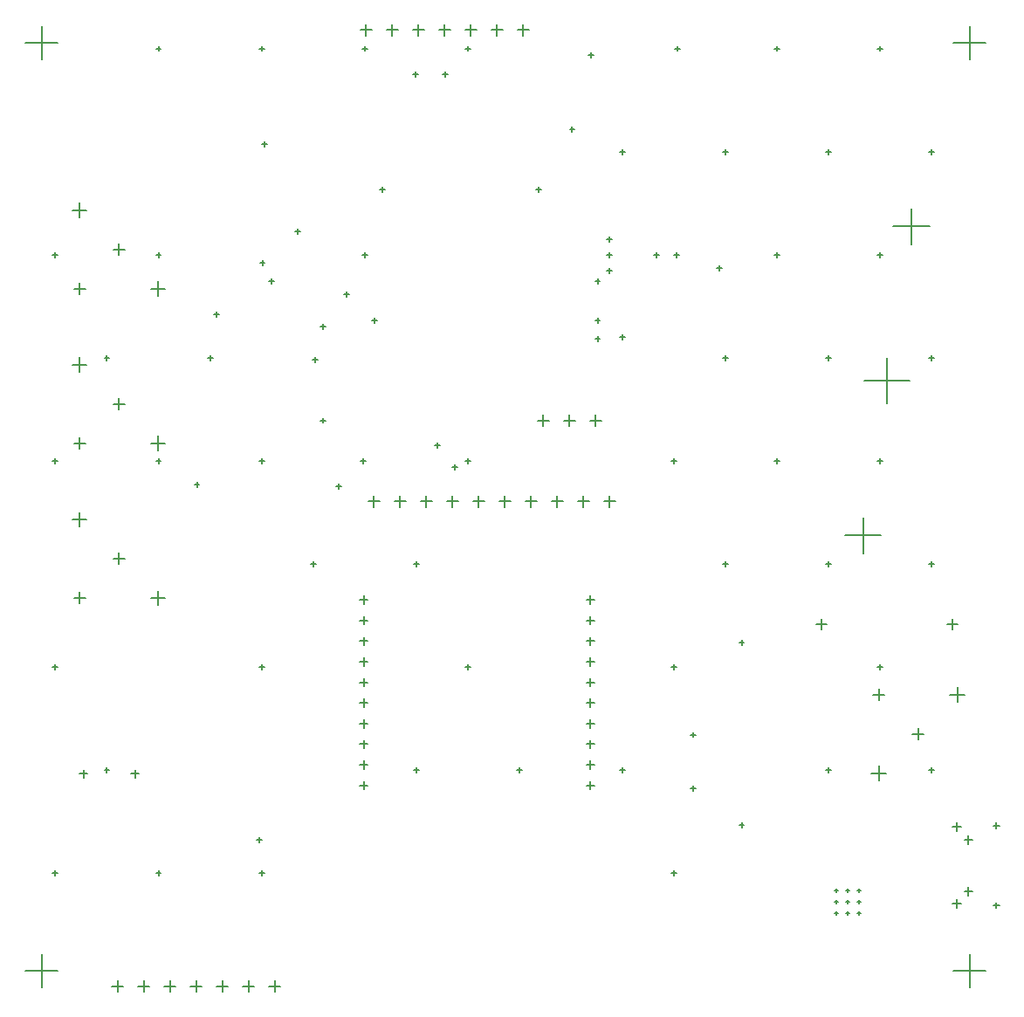
<source format=gbr>
%TF.GenerationSoftware,Altium Limited,Altium Designer,22.7.1 (60)*%
G04 Layer_Color=128*
%FSLAX43Y43*%
%MOMM*%
%TF.SameCoordinates,2B380584-264C-487A-9C59-0A3591007A03*%
%TF.FilePolarity,Positive*%
%TF.FileFunction,Drillmap*%
%TF.Part,Single*%
G01*
G75*
%TA.AperFunction,NonConductor*%
%ADD69C,0.127*%
D69*
X35899Y96266D02*
X36999D01*
X36449Y95716D02*
Y96816D01*
X38439Y96266D02*
X39539D01*
X38989Y95716D02*
Y96816D01*
X43519Y96266D02*
X44619D01*
X44069Y95716D02*
Y96816D01*
X48599Y96266D02*
X49699D01*
X49149Y95716D02*
Y96816D01*
X51139Y96266D02*
X52239D01*
X51689Y95716D02*
Y96816D01*
X46059Y96266D02*
X47159D01*
X46609Y95716D02*
Y96816D01*
X40979Y96266D02*
X42079D01*
X41529Y95716D02*
Y96816D01*
X27070Y3500D02*
X28170D01*
X27620Y2950D02*
Y4050D01*
X24530Y3500D02*
X25630D01*
X25080Y2950D02*
Y4050D01*
X19450Y3500D02*
X20550D01*
X20000Y2950D02*
Y4050D01*
X14370Y3500D02*
X15470D01*
X14920Y2950D02*
Y4050D01*
X11830Y3500D02*
X12930D01*
X12380Y2950D02*
Y4050D01*
X16910Y3500D02*
X18010D01*
X17460Y2950D02*
Y4050D01*
X21990Y3500D02*
X23090D01*
X22540Y2950D02*
Y4050D01*
X93375Y11515D02*
X94225D01*
X93800Y11090D02*
Y11940D01*
X94500Y12740D02*
X95300D01*
X94900Y12340D02*
Y13140D01*
X93375Y18965D02*
X94225D01*
X93800Y18540D02*
Y19390D01*
X94500Y17740D02*
X95300D01*
X94900Y17340D02*
Y18140D01*
X97325Y11365D02*
X97875D01*
X97600Y11090D02*
Y11640D01*
X97325Y19115D02*
X97875D01*
X97600Y18840D02*
Y19390D01*
X84822Y62236D02*
X89222D01*
X87022Y60036D02*
Y64436D01*
X92862Y38611D02*
X93882D01*
X93372Y38101D02*
Y39121D01*
X80162Y38611D02*
X81182D01*
X80672Y38101D02*
Y39121D01*
X87622Y77221D02*
X91122D01*
X89372Y75471D02*
Y78971D01*
X82922Y47251D02*
X86422D01*
X84672Y45501D02*
Y49001D01*
X35844Y41000D02*
X36644D01*
X36244Y40600D02*
Y41400D01*
X35844Y39000D02*
X36644D01*
X36244Y38600D02*
Y39400D01*
X35844Y37000D02*
X36644D01*
X36244Y36600D02*
Y37400D01*
X35844Y23000D02*
X36644D01*
X36244Y22600D02*
Y23400D01*
X35844Y25000D02*
X36644D01*
X36244Y24600D02*
Y25400D01*
X35844Y27000D02*
X36644D01*
X36244Y26600D02*
Y27400D01*
X35844Y29000D02*
X36644D01*
X36244Y28600D02*
Y29400D01*
X35844Y31000D02*
X36644D01*
X36244Y30600D02*
Y31400D01*
X35844Y33000D02*
X36644D01*
X36244Y32600D02*
Y33400D01*
X35844Y35000D02*
X36644D01*
X36244Y34600D02*
Y35400D01*
X57844Y41000D02*
X58644D01*
X58244Y40600D02*
Y41400D01*
X57844Y39000D02*
X58644D01*
X58244Y38600D02*
Y39400D01*
X57844Y37000D02*
X58644D01*
X58244Y36600D02*
Y37400D01*
X57844Y23000D02*
X58644D01*
X58244Y22600D02*
Y23400D01*
X57844Y25000D02*
X58644D01*
X58244Y24600D02*
Y25400D01*
X57844Y27000D02*
X58644D01*
X58244Y26600D02*
Y27400D01*
X57844Y29000D02*
X58644D01*
X58244Y28600D02*
Y29400D01*
X57844Y31000D02*
X58644D01*
X58244Y30600D02*
Y31400D01*
X57844Y33000D02*
X58644D01*
X58244Y32600D02*
Y33400D01*
X57844Y35000D02*
X58644D01*
X58244Y34600D02*
Y35400D01*
X58164Y58404D02*
X59264D01*
X58714Y57854D02*
Y58954D01*
X55624Y58404D02*
X56724D01*
X56174Y57854D02*
Y58954D01*
X53084Y58404D02*
X54184D01*
X53634Y57854D02*
Y58954D01*
X11950Y75000D02*
X13050D01*
X12500Y74450D02*
Y75550D01*
X8140Y71190D02*
X9240D01*
X8690Y70640D02*
Y71740D01*
X7990Y78810D02*
X9390D01*
X8690Y78110D02*
Y79510D01*
X15610Y71190D02*
X17010D01*
X16310Y70490D02*
Y71890D01*
X11950Y60000D02*
X13050D01*
X12500Y59450D02*
Y60550D01*
X8140Y56190D02*
X9240D01*
X8690Y55640D02*
Y56740D01*
X7990Y63810D02*
X9390D01*
X8690Y63110D02*
Y64510D01*
X15610Y56190D02*
X17010D01*
X16310Y55490D02*
Y56890D01*
X11950Y45000D02*
X13050D01*
X12500Y44450D02*
Y45550D01*
X8140Y41190D02*
X9240D01*
X8690Y40640D02*
Y41740D01*
X7990Y48810D02*
X9390D01*
X8690Y48110D02*
Y49510D01*
X15610Y41190D02*
X17010D01*
X16310Y40490D02*
Y41890D01*
X89450Y28000D02*
X90550D01*
X90000Y27450D02*
Y28550D01*
X85640Y31810D02*
X86740D01*
X86190Y31260D02*
Y32360D01*
X93110Y31810D02*
X94510D01*
X93810Y31110D02*
Y32510D01*
X85490Y24190D02*
X86890D01*
X86190Y23490D02*
Y24890D01*
X36661Y50546D02*
X37761D01*
X37211Y49996D02*
Y51096D01*
X41741Y50546D02*
X42841D01*
X42291Y49996D02*
Y51096D01*
X46821Y50546D02*
X47921D01*
X47371Y49996D02*
Y51096D01*
X51901Y50546D02*
X53001D01*
X52451Y49996D02*
Y51096D01*
X59521Y50546D02*
X60621D01*
X60071Y49996D02*
Y51096D01*
X56981Y50546D02*
X58081D01*
X57531Y49996D02*
Y51096D01*
X54441Y50546D02*
X55541D01*
X54991Y49996D02*
Y51096D01*
X49361Y50546D02*
X50461D01*
X49911Y49996D02*
Y51096D01*
X44281Y50546D02*
X45381D01*
X44831Y49996D02*
Y51096D01*
X39201Y50546D02*
X40301D01*
X39751Y49996D02*
Y51096D01*
X8657Y24130D02*
X9457D01*
X9057Y23730D02*
Y24530D01*
X13657Y24130D02*
X14457D01*
X14057Y23730D02*
Y24530D01*
X3400Y5000D02*
X6600D01*
X5000Y3400D02*
Y6600D01*
X93400Y5000D02*
X96600D01*
X95000Y3400D02*
Y6600D01*
X93400Y95000D02*
X96600D01*
X95000Y93400D02*
Y96600D01*
X3400Y95000D02*
X6600D01*
X5000Y93400D02*
Y96600D01*
X59821Y75946D02*
X60321D01*
X60071Y75696D02*
Y76196D01*
X59821Y72898D02*
X60321D01*
X60071Y72648D02*
Y73148D01*
X59821Y74422D02*
X60321D01*
X60071Y74172D02*
Y74672D01*
X66398Y94473D02*
X66898D01*
X66648Y94223D02*
Y94723D01*
X43872Y91948D02*
X44372D01*
X44122Y91698D02*
Y92198D01*
X35976Y54483D02*
X36476D01*
X36226Y54233D02*
Y54733D01*
X29595Y76750D02*
X30095D01*
X29845Y76500D02*
Y77000D01*
X66330Y74473D02*
X66830D01*
X66580Y74223D02*
Y74723D01*
X64361Y74422D02*
X64861D01*
X64611Y74172D02*
Y74672D01*
X6090Y74473D02*
X6590D01*
X6340Y74223D02*
Y74723D01*
X31296Y64267D02*
X31796D01*
X31546Y64017D02*
Y64517D01*
X32076Y67503D02*
X32576D01*
X32326Y67253D02*
Y67753D01*
X37781Y80772D02*
X38281D01*
X38031Y80522D02*
Y81022D01*
X32076Y58404D02*
X32576D01*
X32326Y58154D02*
Y58654D01*
X33579Y52028D02*
X34079D01*
X33829Y51778D02*
Y52278D01*
X36090Y74473D02*
X36590D01*
X36340Y74223D02*
Y74723D01*
X58043Y93853D02*
X58543D01*
X58293Y93603D02*
Y94103D01*
X19816Y52204D02*
X20316D01*
X20066Y51954D02*
Y52454D01*
X26166Y73660D02*
X26666D01*
X26416Y73410D02*
Y73910D01*
X34364Y70678D02*
X34864D01*
X34614Y70428D02*
Y70928D01*
X81090Y64473D02*
X81590D01*
X81340Y64223D02*
Y64723D01*
X86090Y94473D02*
X86590D01*
X86340Y94223D02*
Y94723D01*
X91090Y84473D02*
X91590D01*
X91340Y84223D02*
Y84723D01*
X86090Y74473D02*
X86590D01*
X86340Y74223D02*
Y74723D01*
X91090Y64473D02*
X91590D01*
X91340Y64223D02*
Y64723D01*
X86090Y54473D02*
X86590D01*
X86340Y54223D02*
Y54723D01*
X91090Y44473D02*
X91590D01*
X91340Y44223D02*
Y44723D01*
X86090Y34473D02*
X86590D01*
X86340Y34223D02*
Y34723D01*
X91090Y24473D02*
X91590D01*
X91340Y24223D02*
Y24723D01*
X76090Y94473D02*
X76590D01*
X76340Y94223D02*
Y94723D01*
X81090Y84473D02*
X81590D01*
X81340Y84223D02*
Y84723D01*
X76090Y74473D02*
X76590D01*
X76340Y74223D02*
Y74723D01*
X76090Y54473D02*
X76590D01*
X76340Y54223D02*
Y54723D01*
X81090Y44473D02*
X81590D01*
X81340Y44223D02*
Y44723D01*
X81090Y24473D02*
X81590D01*
X81340Y24223D02*
Y24723D01*
X71090Y84473D02*
X71590D01*
X71340Y84223D02*
Y84723D01*
X71090Y64473D02*
X71590D01*
X71340Y64223D02*
Y64723D01*
X66090Y54473D02*
X66590D01*
X66340Y54223D02*
Y54723D01*
X71090Y44473D02*
X71590D01*
X71340Y44223D02*
Y44723D01*
X66090Y34473D02*
X66590D01*
X66340Y34223D02*
Y34723D01*
X66090Y14473D02*
X66590D01*
X66340Y14223D02*
Y14723D01*
X61090Y84473D02*
X61590D01*
X61340Y84223D02*
Y84723D01*
X61090Y24473D02*
X61590D01*
X61340Y24223D02*
Y24723D01*
X46090Y94473D02*
X46590D01*
X46340Y94223D02*
Y94723D01*
X46090Y54473D02*
X46590D01*
X46340Y54223D02*
Y54723D01*
X46090Y34473D02*
X46590D01*
X46340Y34223D02*
Y34723D01*
X51090Y24473D02*
X51590D01*
X51340Y24223D02*
Y24723D01*
X36090Y94473D02*
X36590D01*
X36340Y94223D02*
Y94723D01*
X41090Y44473D02*
X41590D01*
X41340Y44223D02*
Y44723D01*
X41090Y24473D02*
X41590D01*
X41340Y24223D02*
Y24723D01*
X26090Y94473D02*
X26590D01*
X26340Y94223D02*
Y94723D01*
X26090Y54473D02*
X26590D01*
X26340Y54223D02*
Y54723D01*
X31090Y44473D02*
X31590D01*
X31340Y44223D02*
Y44723D01*
X26090Y34473D02*
X26590D01*
X26340Y34223D02*
Y34723D01*
X26090Y14473D02*
X26590D01*
X26340Y14223D02*
Y14723D01*
X16090Y94473D02*
X16590D01*
X16340Y94223D02*
Y94723D01*
X16090Y74473D02*
X16590D01*
X16340Y74223D02*
Y74723D01*
X21090Y64473D02*
X21590D01*
X21340Y64223D02*
Y64723D01*
X16090Y54473D02*
X16590D01*
X16340Y54223D02*
Y54723D01*
X16090Y14473D02*
X16590D01*
X16340Y14223D02*
Y14723D01*
X11090Y64473D02*
X11590D01*
X11340Y64223D02*
Y64723D01*
X6090Y54473D02*
X6590D01*
X6340Y54223D02*
Y54723D01*
X6090Y34473D02*
X6590D01*
X6340Y34223D02*
Y34723D01*
X11090Y24473D02*
X11590D01*
X11340Y24223D02*
Y24723D01*
X6090Y14473D02*
X6590D01*
X6340Y14223D02*
Y14723D01*
X27034Y71939D02*
X27534D01*
X27284Y71689D02*
Y72189D01*
X61090Y66486D02*
X61590D01*
X61340Y66236D02*
Y66736D01*
X37061Y68072D02*
X37561D01*
X37311Y67822D02*
Y68322D01*
X26391Y85217D02*
X26891D01*
X26641Y84967D02*
Y85467D01*
X44869Y53848D02*
X45369D01*
X45119Y53598D02*
Y54098D01*
X43105Y55978D02*
X43605D01*
X43355Y55728D02*
Y56228D01*
X25873Y17740D02*
X26373D01*
X26123Y17490D02*
Y17990D01*
X84110Y12784D02*
X84460D01*
X84285Y12609D02*
Y12959D01*
X84110Y11684D02*
X84460D01*
X84285Y11509D02*
Y11859D01*
X83010Y12784D02*
X83360D01*
X83185Y12609D02*
Y12959D01*
X83010Y11684D02*
X83360D01*
X83185Y11509D02*
Y11859D01*
X81910Y11684D02*
X82260D01*
X82085Y11509D02*
Y11859D01*
X84110Y10584D02*
X84460D01*
X84285Y10409D02*
Y10759D01*
X83010Y10584D02*
X83360D01*
X83185Y10409D02*
Y10759D01*
X81910Y12784D02*
X82260D01*
X82085Y12609D02*
Y12959D01*
X81910Y10584D02*
X82260D01*
X82085Y10409D02*
Y10759D01*
X41031Y91948D02*
X41531D01*
X41281Y91698D02*
Y92198D01*
X58678Y68072D02*
X59178D01*
X58928Y67822D02*
Y68322D01*
X58678Y66294D02*
X59178D01*
X58928Y66044D02*
Y66544D01*
X21721Y68707D02*
X22221D01*
X21971Y68457D02*
Y68957D01*
X72648Y19177D02*
X73148D01*
X72898Y18927D02*
Y19427D01*
X72648Y36830D02*
X73148D01*
X72898Y36580D02*
Y37080D01*
X67933Y27924D02*
X68433D01*
X68183Y27674D02*
Y28174D01*
X67933Y22717D02*
X68433D01*
X68183Y22467D02*
Y22967D01*
X52963Y80772D02*
X53463D01*
X53213Y80522D02*
Y81022D01*
X70489Y73152D02*
X70989D01*
X70739Y72902D02*
Y73402D01*
X58678Y71882D02*
X59178D01*
X58928Y71632D02*
Y72132D01*
X56218Y86661D02*
X56718D01*
X56468Y86411D02*
Y86911D01*
%TF.MD5,cdc9794685dc2ab31f6a95b6e0c49348*%
M02*

</source>
